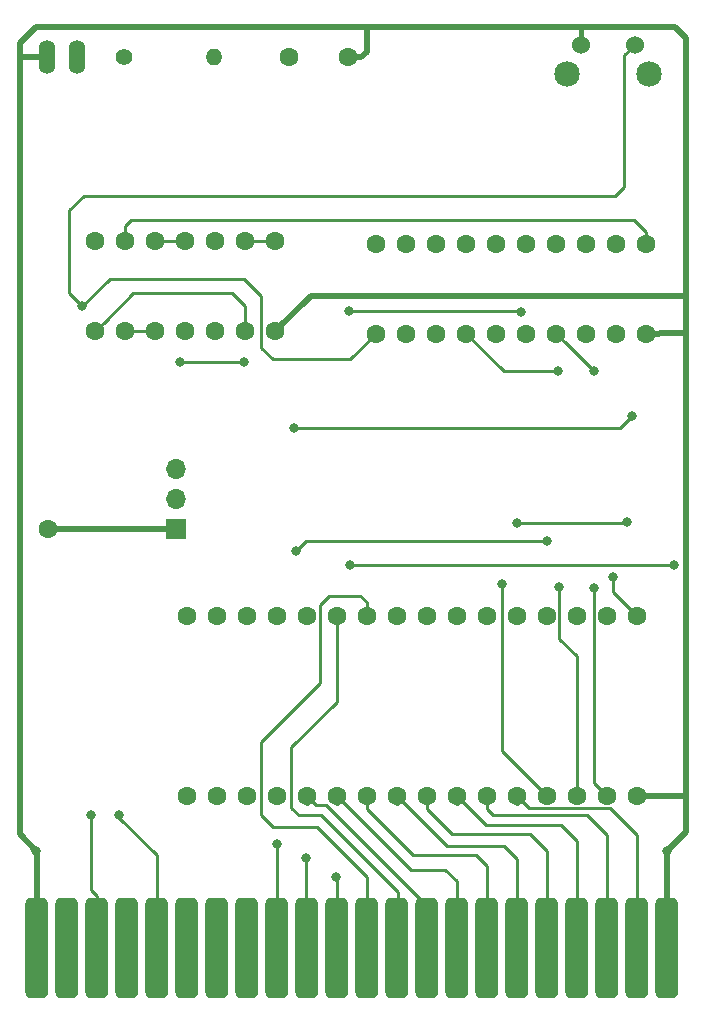
<source format=gbr>
G04 #@! TF.GenerationSoftware,KiCad,Pcbnew,(5.1.2)-2*
G04 #@! TF.CreationDate,2020-09-20T10:45:48+02:00*
G04 #@! TF.ProjectId,FCIII+e5frog134_double_holes_HCT04,46434949-492b-4653-9566-726f67313334,rev?*
G04 #@! TF.SameCoordinates,Original*
G04 #@! TF.FileFunction,Copper,L2,Bot*
G04 #@! TF.FilePolarity,Positive*
%FSLAX46Y46*%
G04 Gerber Fmt 4.6, Leading zero omitted, Abs format (unit mm)*
G04 Created by KiCad (PCBNEW (5.1.2)-2) date 2020-09-20 10:45:48*
%MOMM*%
%LPD*%
G04 APERTURE LIST*
%ADD10C,1.600000*%
%ADD11O,1.400000X1.400000*%
%ADD12C,1.400000*%
%ADD13O,1.700000X1.700000*%
%ADD14R,1.700000X1.700000*%
%ADD15C,1.600200*%
%ADD16O,1.422400X2.844800*%
%ADD17C,0.100000*%
%ADD18C,1.900000*%
%ADD19C,2.159000*%
%ADD20C,1.524000*%
%ADD21C,0.800000*%
%ADD22C,0.250000*%
%ADD23C,0.406400*%
%ADD24C,0.500000*%
G04 APERTURE END LIST*
D10*
X148200000Y-66800000D03*
X143200000Y-66800000D03*
D11*
X136820000Y-66800000D03*
D12*
X129200000Y-66800000D03*
D13*
X133600000Y-101720000D03*
X133600000Y-104260000D03*
D14*
X133600000Y-106800000D03*
D15*
X134531100Y-114088600D03*
X137071100Y-114088600D03*
X139611100Y-114088600D03*
X142151100Y-114088600D03*
X144691100Y-114088600D03*
X147231100Y-114088600D03*
X149771100Y-114088600D03*
X152311100Y-114088600D03*
X154851100Y-114088600D03*
X157391100Y-114088600D03*
X159931100Y-114088600D03*
X162471100Y-114088600D03*
X165011100Y-114088600D03*
X167551100Y-114088600D03*
X170091100Y-114088600D03*
X172631100Y-114088600D03*
X172631100Y-129328600D03*
X170091100Y-129328600D03*
X167551100Y-129328600D03*
X165011100Y-129328600D03*
X162471100Y-129328600D03*
X159931100Y-129328600D03*
X157391100Y-129328600D03*
X154851100Y-129328600D03*
X152311100Y-129328600D03*
X149771100Y-129328600D03*
X147231100Y-129328600D03*
X144691100Y-129328600D03*
X142151100Y-129328600D03*
X139611100Y-129328600D03*
X137071100Y-129328600D03*
X134531100Y-129328600D03*
X150570000Y-82590000D03*
X153110000Y-82590000D03*
X155650000Y-82590000D03*
X158190000Y-82590000D03*
X160730000Y-82590000D03*
X163270000Y-82590000D03*
X165810000Y-82590000D03*
X168350000Y-82590000D03*
X170890000Y-82590000D03*
X173430000Y-82590000D03*
X173430000Y-90210000D03*
X170890000Y-90210000D03*
X168350000Y-90210000D03*
X165810000Y-90210000D03*
X163270000Y-90210000D03*
X160730000Y-90210000D03*
X158190000Y-90210000D03*
X155650000Y-90210000D03*
X153110000Y-90210000D03*
X150570000Y-90210000D03*
X126780000Y-82390000D03*
X129320000Y-82390000D03*
X131860000Y-82390000D03*
X134400000Y-82390000D03*
X136940000Y-82390000D03*
X139480000Y-82390000D03*
X142020000Y-82390000D03*
X142020000Y-90010000D03*
X139480000Y-90010000D03*
X136940000Y-90010000D03*
X134400000Y-90010000D03*
X131860000Y-90010000D03*
X129320000Y-90010000D03*
X126780000Y-90010000D03*
D16*
X122730000Y-66800000D03*
X125270000Y-66800000D03*
D17*
G36*
X122355158Y-137975887D02*
G01*
X122401268Y-137982727D01*
X122446485Y-137994053D01*
X122490375Y-138009757D01*
X122532513Y-138029687D01*
X122572496Y-138053652D01*
X122609937Y-138081420D01*
X122644476Y-138112724D01*
X122675780Y-138147263D01*
X122703548Y-138184704D01*
X122727513Y-138224687D01*
X122747443Y-138266825D01*
X122763147Y-138310715D01*
X122774473Y-138355932D01*
X122781313Y-138402042D01*
X122783600Y-138448600D01*
X122783600Y-145998600D01*
X122781313Y-146045158D01*
X122774473Y-146091268D01*
X122763147Y-146136485D01*
X122747443Y-146180375D01*
X122727513Y-146222513D01*
X122703548Y-146262496D01*
X122675780Y-146299937D01*
X122644476Y-146334476D01*
X122609937Y-146365780D01*
X122572496Y-146393548D01*
X122532513Y-146417513D01*
X122490375Y-146437443D01*
X122446485Y-146453147D01*
X122401268Y-146464473D01*
X122355158Y-146471313D01*
X122308600Y-146473600D01*
X121358600Y-146473600D01*
X121312042Y-146471313D01*
X121265932Y-146464473D01*
X121220715Y-146453147D01*
X121176825Y-146437443D01*
X121134687Y-146417513D01*
X121094704Y-146393548D01*
X121057263Y-146365780D01*
X121022724Y-146334476D01*
X120991420Y-146299937D01*
X120963652Y-146262496D01*
X120939687Y-146222513D01*
X120919757Y-146180375D01*
X120904053Y-146136485D01*
X120892727Y-146091268D01*
X120885887Y-146045158D01*
X120883600Y-145998600D01*
X120883600Y-138448600D01*
X120885887Y-138402042D01*
X120892727Y-138355932D01*
X120904053Y-138310715D01*
X120919757Y-138266825D01*
X120939687Y-138224687D01*
X120963652Y-138184704D01*
X120991420Y-138147263D01*
X121022724Y-138112724D01*
X121057263Y-138081420D01*
X121094704Y-138053652D01*
X121134687Y-138029687D01*
X121176825Y-138009757D01*
X121220715Y-137994053D01*
X121265932Y-137982727D01*
X121312042Y-137975887D01*
X121358600Y-137973600D01*
X122308600Y-137973600D01*
X122355158Y-137975887D01*
X122355158Y-137975887D01*
G37*
D18*
X121833600Y-142223600D03*
D17*
G36*
X124895158Y-137975887D02*
G01*
X124941268Y-137982727D01*
X124986485Y-137994053D01*
X125030375Y-138009757D01*
X125072513Y-138029687D01*
X125112496Y-138053652D01*
X125149937Y-138081420D01*
X125184476Y-138112724D01*
X125215780Y-138147263D01*
X125243548Y-138184704D01*
X125267513Y-138224687D01*
X125287443Y-138266825D01*
X125303147Y-138310715D01*
X125314473Y-138355932D01*
X125321313Y-138402042D01*
X125323600Y-138448600D01*
X125323600Y-145998600D01*
X125321313Y-146045158D01*
X125314473Y-146091268D01*
X125303147Y-146136485D01*
X125287443Y-146180375D01*
X125267513Y-146222513D01*
X125243548Y-146262496D01*
X125215780Y-146299937D01*
X125184476Y-146334476D01*
X125149937Y-146365780D01*
X125112496Y-146393548D01*
X125072513Y-146417513D01*
X125030375Y-146437443D01*
X124986485Y-146453147D01*
X124941268Y-146464473D01*
X124895158Y-146471313D01*
X124848600Y-146473600D01*
X123898600Y-146473600D01*
X123852042Y-146471313D01*
X123805932Y-146464473D01*
X123760715Y-146453147D01*
X123716825Y-146437443D01*
X123674687Y-146417513D01*
X123634704Y-146393548D01*
X123597263Y-146365780D01*
X123562724Y-146334476D01*
X123531420Y-146299937D01*
X123503652Y-146262496D01*
X123479687Y-146222513D01*
X123459757Y-146180375D01*
X123444053Y-146136485D01*
X123432727Y-146091268D01*
X123425887Y-146045158D01*
X123423600Y-145998600D01*
X123423600Y-138448600D01*
X123425887Y-138402042D01*
X123432727Y-138355932D01*
X123444053Y-138310715D01*
X123459757Y-138266825D01*
X123479687Y-138224687D01*
X123503652Y-138184704D01*
X123531420Y-138147263D01*
X123562724Y-138112724D01*
X123597263Y-138081420D01*
X123634704Y-138053652D01*
X123674687Y-138029687D01*
X123716825Y-138009757D01*
X123760715Y-137994053D01*
X123805932Y-137982727D01*
X123852042Y-137975887D01*
X123898600Y-137973600D01*
X124848600Y-137973600D01*
X124895158Y-137975887D01*
X124895158Y-137975887D01*
G37*
D18*
X124373600Y-142223600D03*
D17*
G36*
X127435158Y-137975887D02*
G01*
X127481268Y-137982727D01*
X127526485Y-137994053D01*
X127570375Y-138009757D01*
X127612513Y-138029687D01*
X127652496Y-138053652D01*
X127689937Y-138081420D01*
X127724476Y-138112724D01*
X127755780Y-138147263D01*
X127783548Y-138184704D01*
X127807513Y-138224687D01*
X127827443Y-138266825D01*
X127843147Y-138310715D01*
X127854473Y-138355932D01*
X127861313Y-138402042D01*
X127863600Y-138448600D01*
X127863600Y-145998600D01*
X127861313Y-146045158D01*
X127854473Y-146091268D01*
X127843147Y-146136485D01*
X127827443Y-146180375D01*
X127807513Y-146222513D01*
X127783548Y-146262496D01*
X127755780Y-146299937D01*
X127724476Y-146334476D01*
X127689937Y-146365780D01*
X127652496Y-146393548D01*
X127612513Y-146417513D01*
X127570375Y-146437443D01*
X127526485Y-146453147D01*
X127481268Y-146464473D01*
X127435158Y-146471313D01*
X127388600Y-146473600D01*
X126438600Y-146473600D01*
X126392042Y-146471313D01*
X126345932Y-146464473D01*
X126300715Y-146453147D01*
X126256825Y-146437443D01*
X126214687Y-146417513D01*
X126174704Y-146393548D01*
X126137263Y-146365780D01*
X126102724Y-146334476D01*
X126071420Y-146299937D01*
X126043652Y-146262496D01*
X126019687Y-146222513D01*
X125999757Y-146180375D01*
X125984053Y-146136485D01*
X125972727Y-146091268D01*
X125965887Y-146045158D01*
X125963600Y-145998600D01*
X125963600Y-138448600D01*
X125965887Y-138402042D01*
X125972727Y-138355932D01*
X125984053Y-138310715D01*
X125999757Y-138266825D01*
X126019687Y-138224687D01*
X126043652Y-138184704D01*
X126071420Y-138147263D01*
X126102724Y-138112724D01*
X126137263Y-138081420D01*
X126174704Y-138053652D01*
X126214687Y-138029687D01*
X126256825Y-138009757D01*
X126300715Y-137994053D01*
X126345932Y-137982727D01*
X126392042Y-137975887D01*
X126438600Y-137973600D01*
X127388600Y-137973600D01*
X127435158Y-137975887D01*
X127435158Y-137975887D01*
G37*
D18*
X126913600Y-142223600D03*
D17*
G36*
X129975158Y-137975887D02*
G01*
X130021268Y-137982727D01*
X130066485Y-137994053D01*
X130110375Y-138009757D01*
X130152513Y-138029687D01*
X130192496Y-138053652D01*
X130229937Y-138081420D01*
X130264476Y-138112724D01*
X130295780Y-138147263D01*
X130323548Y-138184704D01*
X130347513Y-138224687D01*
X130367443Y-138266825D01*
X130383147Y-138310715D01*
X130394473Y-138355932D01*
X130401313Y-138402042D01*
X130403600Y-138448600D01*
X130403600Y-145998600D01*
X130401313Y-146045158D01*
X130394473Y-146091268D01*
X130383147Y-146136485D01*
X130367443Y-146180375D01*
X130347513Y-146222513D01*
X130323548Y-146262496D01*
X130295780Y-146299937D01*
X130264476Y-146334476D01*
X130229937Y-146365780D01*
X130192496Y-146393548D01*
X130152513Y-146417513D01*
X130110375Y-146437443D01*
X130066485Y-146453147D01*
X130021268Y-146464473D01*
X129975158Y-146471313D01*
X129928600Y-146473600D01*
X128978600Y-146473600D01*
X128932042Y-146471313D01*
X128885932Y-146464473D01*
X128840715Y-146453147D01*
X128796825Y-146437443D01*
X128754687Y-146417513D01*
X128714704Y-146393548D01*
X128677263Y-146365780D01*
X128642724Y-146334476D01*
X128611420Y-146299937D01*
X128583652Y-146262496D01*
X128559687Y-146222513D01*
X128539757Y-146180375D01*
X128524053Y-146136485D01*
X128512727Y-146091268D01*
X128505887Y-146045158D01*
X128503600Y-145998600D01*
X128503600Y-138448600D01*
X128505887Y-138402042D01*
X128512727Y-138355932D01*
X128524053Y-138310715D01*
X128539757Y-138266825D01*
X128559687Y-138224687D01*
X128583652Y-138184704D01*
X128611420Y-138147263D01*
X128642724Y-138112724D01*
X128677263Y-138081420D01*
X128714704Y-138053652D01*
X128754687Y-138029687D01*
X128796825Y-138009757D01*
X128840715Y-137994053D01*
X128885932Y-137982727D01*
X128932042Y-137975887D01*
X128978600Y-137973600D01*
X129928600Y-137973600D01*
X129975158Y-137975887D01*
X129975158Y-137975887D01*
G37*
D18*
X129453600Y-142223600D03*
D17*
G36*
X132515158Y-137975887D02*
G01*
X132561268Y-137982727D01*
X132606485Y-137994053D01*
X132650375Y-138009757D01*
X132692513Y-138029687D01*
X132732496Y-138053652D01*
X132769937Y-138081420D01*
X132804476Y-138112724D01*
X132835780Y-138147263D01*
X132863548Y-138184704D01*
X132887513Y-138224687D01*
X132907443Y-138266825D01*
X132923147Y-138310715D01*
X132934473Y-138355932D01*
X132941313Y-138402042D01*
X132943600Y-138448600D01*
X132943600Y-145998600D01*
X132941313Y-146045158D01*
X132934473Y-146091268D01*
X132923147Y-146136485D01*
X132907443Y-146180375D01*
X132887513Y-146222513D01*
X132863548Y-146262496D01*
X132835780Y-146299937D01*
X132804476Y-146334476D01*
X132769937Y-146365780D01*
X132732496Y-146393548D01*
X132692513Y-146417513D01*
X132650375Y-146437443D01*
X132606485Y-146453147D01*
X132561268Y-146464473D01*
X132515158Y-146471313D01*
X132468600Y-146473600D01*
X131518600Y-146473600D01*
X131472042Y-146471313D01*
X131425932Y-146464473D01*
X131380715Y-146453147D01*
X131336825Y-146437443D01*
X131294687Y-146417513D01*
X131254704Y-146393548D01*
X131217263Y-146365780D01*
X131182724Y-146334476D01*
X131151420Y-146299937D01*
X131123652Y-146262496D01*
X131099687Y-146222513D01*
X131079757Y-146180375D01*
X131064053Y-146136485D01*
X131052727Y-146091268D01*
X131045887Y-146045158D01*
X131043600Y-145998600D01*
X131043600Y-138448600D01*
X131045887Y-138402042D01*
X131052727Y-138355932D01*
X131064053Y-138310715D01*
X131079757Y-138266825D01*
X131099687Y-138224687D01*
X131123652Y-138184704D01*
X131151420Y-138147263D01*
X131182724Y-138112724D01*
X131217263Y-138081420D01*
X131254704Y-138053652D01*
X131294687Y-138029687D01*
X131336825Y-138009757D01*
X131380715Y-137994053D01*
X131425932Y-137982727D01*
X131472042Y-137975887D01*
X131518600Y-137973600D01*
X132468600Y-137973600D01*
X132515158Y-137975887D01*
X132515158Y-137975887D01*
G37*
D18*
X131993600Y-142223600D03*
D17*
G36*
X135055158Y-137975887D02*
G01*
X135101268Y-137982727D01*
X135146485Y-137994053D01*
X135190375Y-138009757D01*
X135232513Y-138029687D01*
X135272496Y-138053652D01*
X135309937Y-138081420D01*
X135344476Y-138112724D01*
X135375780Y-138147263D01*
X135403548Y-138184704D01*
X135427513Y-138224687D01*
X135447443Y-138266825D01*
X135463147Y-138310715D01*
X135474473Y-138355932D01*
X135481313Y-138402042D01*
X135483600Y-138448600D01*
X135483600Y-145998600D01*
X135481313Y-146045158D01*
X135474473Y-146091268D01*
X135463147Y-146136485D01*
X135447443Y-146180375D01*
X135427513Y-146222513D01*
X135403548Y-146262496D01*
X135375780Y-146299937D01*
X135344476Y-146334476D01*
X135309937Y-146365780D01*
X135272496Y-146393548D01*
X135232513Y-146417513D01*
X135190375Y-146437443D01*
X135146485Y-146453147D01*
X135101268Y-146464473D01*
X135055158Y-146471313D01*
X135008600Y-146473600D01*
X134058600Y-146473600D01*
X134012042Y-146471313D01*
X133965932Y-146464473D01*
X133920715Y-146453147D01*
X133876825Y-146437443D01*
X133834687Y-146417513D01*
X133794704Y-146393548D01*
X133757263Y-146365780D01*
X133722724Y-146334476D01*
X133691420Y-146299937D01*
X133663652Y-146262496D01*
X133639687Y-146222513D01*
X133619757Y-146180375D01*
X133604053Y-146136485D01*
X133592727Y-146091268D01*
X133585887Y-146045158D01*
X133583600Y-145998600D01*
X133583600Y-138448600D01*
X133585887Y-138402042D01*
X133592727Y-138355932D01*
X133604053Y-138310715D01*
X133619757Y-138266825D01*
X133639687Y-138224687D01*
X133663652Y-138184704D01*
X133691420Y-138147263D01*
X133722724Y-138112724D01*
X133757263Y-138081420D01*
X133794704Y-138053652D01*
X133834687Y-138029687D01*
X133876825Y-138009757D01*
X133920715Y-137994053D01*
X133965932Y-137982727D01*
X134012042Y-137975887D01*
X134058600Y-137973600D01*
X135008600Y-137973600D01*
X135055158Y-137975887D01*
X135055158Y-137975887D01*
G37*
D18*
X134533600Y-142223600D03*
D17*
G36*
X137595158Y-137975887D02*
G01*
X137641268Y-137982727D01*
X137686485Y-137994053D01*
X137730375Y-138009757D01*
X137772513Y-138029687D01*
X137812496Y-138053652D01*
X137849937Y-138081420D01*
X137884476Y-138112724D01*
X137915780Y-138147263D01*
X137943548Y-138184704D01*
X137967513Y-138224687D01*
X137987443Y-138266825D01*
X138003147Y-138310715D01*
X138014473Y-138355932D01*
X138021313Y-138402042D01*
X138023600Y-138448600D01*
X138023600Y-145998600D01*
X138021313Y-146045158D01*
X138014473Y-146091268D01*
X138003147Y-146136485D01*
X137987443Y-146180375D01*
X137967513Y-146222513D01*
X137943548Y-146262496D01*
X137915780Y-146299937D01*
X137884476Y-146334476D01*
X137849937Y-146365780D01*
X137812496Y-146393548D01*
X137772513Y-146417513D01*
X137730375Y-146437443D01*
X137686485Y-146453147D01*
X137641268Y-146464473D01*
X137595158Y-146471313D01*
X137548600Y-146473600D01*
X136598600Y-146473600D01*
X136552042Y-146471313D01*
X136505932Y-146464473D01*
X136460715Y-146453147D01*
X136416825Y-146437443D01*
X136374687Y-146417513D01*
X136334704Y-146393548D01*
X136297263Y-146365780D01*
X136262724Y-146334476D01*
X136231420Y-146299937D01*
X136203652Y-146262496D01*
X136179687Y-146222513D01*
X136159757Y-146180375D01*
X136144053Y-146136485D01*
X136132727Y-146091268D01*
X136125887Y-146045158D01*
X136123600Y-145998600D01*
X136123600Y-138448600D01*
X136125887Y-138402042D01*
X136132727Y-138355932D01*
X136144053Y-138310715D01*
X136159757Y-138266825D01*
X136179687Y-138224687D01*
X136203652Y-138184704D01*
X136231420Y-138147263D01*
X136262724Y-138112724D01*
X136297263Y-138081420D01*
X136334704Y-138053652D01*
X136374687Y-138029687D01*
X136416825Y-138009757D01*
X136460715Y-137994053D01*
X136505932Y-137982727D01*
X136552042Y-137975887D01*
X136598600Y-137973600D01*
X137548600Y-137973600D01*
X137595158Y-137975887D01*
X137595158Y-137975887D01*
G37*
D18*
X137073600Y-142223600D03*
D17*
G36*
X140135158Y-137975887D02*
G01*
X140181268Y-137982727D01*
X140226485Y-137994053D01*
X140270375Y-138009757D01*
X140312513Y-138029687D01*
X140352496Y-138053652D01*
X140389937Y-138081420D01*
X140424476Y-138112724D01*
X140455780Y-138147263D01*
X140483548Y-138184704D01*
X140507513Y-138224687D01*
X140527443Y-138266825D01*
X140543147Y-138310715D01*
X140554473Y-138355932D01*
X140561313Y-138402042D01*
X140563600Y-138448600D01*
X140563600Y-145998600D01*
X140561313Y-146045158D01*
X140554473Y-146091268D01*
X140543147Y-146136485D01*
X140527443Y-146180375D01*
X140507513Y-146222513D01*
X140483548Y-146262496D01*
X140455780Y-146299937D01*
X140424476Y-146334476D01*
X140389937Y-146365780D01*
X140352496Y-146393548D01*
X140312513Y-146417513D01*
X140270375Y-146437443D01*
X140226485Y-146453147D01*
X140181268Y-146464473D01*
X140135158Y-146471313D01*
X140088600Y-146473600D01*
X139138600Y-146473600D01*
X139092042Y-146471313D01*
X139045932Y-146464473D01*
X139000715Y-146453147D01*
X138956825Y-146437443D01*
X138914687Y-146417513D01*
X138874704Y-146393548D01*
X138837263Y-146365780D01*
X138802724Y-146334476D01*
X138771420Y-146299937D01*
X138743652Y-146262496D01*
X138719687Y-146222513D01*
X138699757Y-146180375D01*
X138684053Y-146136485D01*
X138672727Y-146091268D01*
X138665887Y-146045158D01*
X138663600Y-145998600D01*
X138663600Y-138448600D01*
X138665887Y-138402042D01*
X138672727Y-138355932D01*
X138684053Y-138310715D01*
X138699757Y-138266825D01*
X138719687Y-138224687D01*
X138743652Y-138184704D01*
X138771420Y-138147263D01*
X138802724Y-138112724D01*
X138837263Y-138081420D01*
X138874704Y-138053652D01*
X138914687Y-138029687D01*
X138956825Y-138009757D01*
X139000715Y-137994053D01*
X139045932Y-137982727D01*
X139092042Y-137975887D01*
X139138600Y-137973600D01*
X140088600Y-137973600D01*
X140135158Y-137975887D01*
X140135158Y-137975887D01*
G37*
D18*
X139613600Y-142223600D03*
D17*
G36*
X142675158Y-137975887D02*
G01*
X142721268Y-137982727D01*
X142766485Y-137994053D01*
X142810375Y-138009757D01*
X142852513Y-138029687D01*
X142892496Y-138053652D01*
X142929937Y-138081420D01*
X142964476Y-138112724D01*
X142995780Y-138147263D01*
X143023548Y-138184704D01*
X143047513Y-138224687D01*
X143067443Y-138266825D01*
X143083147Y-138310715D01*
X143094473Y-138355932D01*
X143101313Y-138402042D01*
X143103600Y-138448600D01*
X143103600Y-145998600D01*
X143101313Y-146045158D01*
X143094473Y-146091268D01*
X143083147Y-146136485D01*
X143067443Y-146180375D01*
X143047513Y-146222513D01*
X143023548Y-146262496D01*
X142995780Y-146299937D01*
X142964476Y-146334476D01*
X142929937Y-146365780D01*
X142892496Y-146393548D01*
X142852513Y-146417513D01*
X142810375Y-146437443D01*
X142766485Y-146453147D01*
X142721268Y-146464473D01*
X142675158Y-146471313D01*
X142628600Y-146473600D01*
X141678600Y-146473600D01*
X141632042Y-146471313D01*
X141585932Y-146464473D01*
X141540715Y-146453147D01*
X141496825Y-146437443D01*
X141454687Y-146417513D01*
X141414704Y-146393548D01*
X141377263Y-146365780D01*
X141342724Y-146334476D01*
X141311420Y-146299937D01*
X141283652Y-146262496D01*
X141259687Y-146222513D01*
X141239757Y-146180375D01*
X141224053Y-146136485D01*
X141212727Y-146091268D01*
X141205887Y-146045158D01*
X141203600Y-145998600D01*
X141203600Y-138448600D01*
X141205887Y-138402042D01*
X141212727Y-138355932D01*
X141224053Y-138310715D01*
X141239757Y-138266825D01*
X141259687Y-138224687D01*
X141283652Y-138184704D01*
X141311420Y-138147263D01*
X141342724Y-138112724D01*
X141377263Y-138081420D01*
X141414704Y-138053652D01*
X141454687Y-138029687D01*
X141496825Y-138009757D01*
X141540715Y-137994053D01*
X141585932Y-137982727D01*
X141632042Y-137975887D01*
X141678600Y-137973600D01*
X142628600Y-137973600D01*
X142675158Y-137975887D01*
X142675158Y-137975887D01*
G37*
D18*
X142153600Y-142223600D03*
D17*
G36*
X145215158Y-137975887D02*
G01*
X145261268Y-137982727D01*
X145306485Y-137994053D01*
X145350375Y-138009757D01*
X145392513Y-138029687D01*
X145432496Y-138053652D01*
X145469937Y-138081420D01*
X145504476Y-138112724D01*
X145535780Y-138147263D01*
X145563548Y-138184704D01*
X145587513Y-138224687D01*
X145607443Y-138266825D01*
X145623147Y-138310715D01*
X145634473Y-138355932D01*
X145641313Y-138402042D01*
X145643600Y-138448600D01*
X145643600Y-145998600D01*
X145641313Y-146045158D01*
X145634473Y-146091268D01*
X145623147Y-146136485D01*
X145607443Y-146180375D01*
X145587513Y-146222513D01*
X145563548Y-146262496D01*
X145535780Y-146299937D01*
X145504476Y-146334476D01*
X145469937Y-146365780D01*
X145432496Y-146393548D01*
X145392513Y-146417513D01*
X145350375Y-146437443D01*
X145306485Y-146453147D01*
X145261268Y-146464473D01*
X145215158Y-146471313D01*
X145168600Y-146473600D01*
X144218600Y-146473600D01*
X144172042Y-146471313D01*
X144125932Y-146464473D01*
X144080715Y-146453147D01*
X144036825Y-146437443D01*
X143994687Y-146417513D01*
X143954704Y-146393548D01*
X143917263Y-146365780D01*
X143882724Y-146334476D01*
X143851420Y-146299937D01*
X143823652Y-146262496D01*
X143799687Y-146222513D01*
X143779757Y-146180375D01*
X143764053Y-146136485D01*
X143752727Y-146091268D01*
X143745887Y-146045158D01*
X143743600Y-145998600D01*
X143743600Y-138448600D01*
X143745887Y-138402042D01*
X143752727Y-138355932D01*
X143764053Y-138310715D01*
X143779757Y-138266825D01*
X143799687Y-138224687D01*
X143823652Y-138184704D01*
X143851420Y-138147263D01*
X143882724Y-138112724D01*
X143917263Y-138081420D01*
X143954704Y-138053652D01*
X143994687Y-138029687D01*
X144036825Y-138009757D01*
X144080715Y-137994053D01*
X144125932Y-137982727D01*
X144172042Y-137975887D01*
X144218600Y-137973600D01*
X145168600Y-137973600D01*
X145215158Y-137975887D01*
X145215158Y-137975887D01*
G37*
D18*
X144693600Y-142223600D03*
D17*
G36*
X175695158Y-137975887D02*
G01*
X175741268Y-137982727D01*
X175786485Y-137994053D01*
X175830375Y-138009757D01*
X175872513Y-138029687D01*
X175912496Y-138053652D01*
X175949937Y-138081420D01*
X175984476Y-138112724D01*
X176015780Y-138147263D01*
X176043548Y-138184704D01*
X176067513Y-138224687D01*
X176087443Y-138266825D01*
X176103147Y-138310715D01*
X176114473Y-138355932D01*
X176121313Y-138402042D01*
X176123600Y-138448600D01*
X176123600Y-145998600D01*
X176121313Y-146045158D01*
X176114473Y-146091268D01*
X176103147Y-146136485D01*
X176087443Y-146180375D01*
X176067513Y-146222513D01*
X176043548Y-146262496D01*
X176015780Y-146299937D01*
X175984476Y-146334476D01*
X175949937Y-146365780D01*
X175912496Y-146393548D01*
X175872513Y-146417513D01*
X175830375Y-146437443D01*
X175786485Y-146453147D01*
X175741268Y-146464473D01*
X175695158Y-146471313D01*
X175648600Y-146473600D01*
X174698600Y-146473600D01*
X174652042Y-146471313D01*
X174605932Y-146464473D01*
X174560715Y-146453147D01*
X174516825Y-146437443D01*
X174474687Y-146417513D01*
X174434704Y-146393548D01*
X174397263Y-146365780D01*
X174362724Y-146334476D01*
X174331420Y-146299937D01*
X174303652Y-146262496D01*
X174279687Y-146222513D01*
X174259757Y-146180375D01*
X174244053Y-146136485D01*
X174232727Y-146091268D01*
X174225887Y-146045158D01*
X174223600Y-145998600D01*
X174223600Y-138448600D01*
X174225887Y-138402042D01*
X174232727Y-138355932D01*
X174244053Y-138310715D01*
X174259757Y-138266825D01*
X174279687Y-138224687D01*
X174303652Y-138184704D01*
X174331420Y-138147263D01*
X174362724Y-138112724D01*
X174397263Y-138081420D01*
X174434704Y-138053652D01*
X174474687Y-138029687D01*
X174516825Y-138009757D01*
X174560715Y-137994053D01*
X174605932Y-137982727D01*
X174652042Y-137975887D01*
X174698600Y-137973600D01*
X175648600Y-137973600D01*
X175695158Y-137975887D01*
X175695158Y-137975887D01*
G37*
D18*
X175173600Y-142223600D03*
D17*
G36*
X173155158Y-137975887D02*
G01*
X173201268Y-137982727D01*
X173246485Y-137994053D01*
X173290375Y-138009757D01*
X173332513Y-138029687D01*
X173372496Y-138053652D01*
X173409937Y-138081420D01*
X173444476Y-138112724D01*
X173475780Y-138147263D01*
X173503548Y-138184704D01*
X173527513Y-138224687D01*
X173547443Y-138266825D01*
X173563147Y-138310715D01*
X173574473Y-138355932D01*
X173581313Y-138402042D01*
X173583600Y-138448600D01*
X173583600Y-145998600D01*
X173581313Y-146045158D01*
X173574473Y-146091268D01*
X173563147Y-146136485D01*
X173547443Y-146180375D01*
X173527513Y-146222513D01*
X173503548Y-146262496D01*
X173475780Y-146299937D01*
X173444476Y-146334476D01*
X173409937Y-146365780D01*
X173372496Y-146393548D01*
X173332513Y-146417513D01*
X173290375Y-146437443D01*
X173246485Y-146453147D01*
X173201268Y-146464473D01*
X173155158Y-146471313D01*
X173108600Y-146473600D01*
X172158600Y-146473600D01*
X172112042Y-146471313D01*
X172065932Y-146464473D01*
X172020715Y-146453147D01*
X171976825Y-146437443D01*
X171934687Y-146417513D01*
X171894704Y-146393548D01*
X171857263Y-146365780D01*
X171822724Y-146334476D01*
X171791420Y-146299937D01*
X171763652Y-146262496D01*
X171739687Y-146222513D01*
X171719757Y-146180375D01*
X171704053Y-146136485D01*
X171692727Y-146091268D01*
X171685887Y-146045158D01*
X171683600Y-145998600D01*
X171683600Y-138448600D01*
X171685887Y-138402042D01*
X171692727Y-138355932D01*
X171704053Y-138310715D01*
X171719757Y-138266825D01*
X171739687Y-138224687D01*
X171763652Y-138184704D01*
X171791420Y-138147263D01*
X171822724Y-138112724D01*
X171857263Y-138081420D01*
X171894704Y-138053652D01*
X171934687Y-138029687D01*
X171976825Y-138009757D01*
X172020715Y-137994053D01*
X172065932Y-137982727D01*
X172112042Y-137975887D01*
X172158600Y-137973600D01*
X173108600Y-137973600D01*
X173155158Y-137975887D01*
X173155158Y-137975887D01*
G37*
D18*
X172633600Y-142223600D03*
D17*
G36*
X170615158Y-137975887D02*
G01*
X170661268Y-137982727D01*
X170706485Y-137994053D01*
X170750375Y-138009757D01*
X170792513Y-138029687D01*
X170832496Y-138053652D01*
X170869937Y-138081420D01*
X170904476Y-138112724D01*
X170935780Y-138147263D01*
X170963548Y-138184704D01*
X170987513Y-138224687D01*
X171007443Y-138266825D01*
X171023147Y-138310715D01*
X171034473Y-138355932D01*
X171041313Y-138402042D01*
X171043600Y-138448600D01*
X171043600Y-145998600D01*
X171041313Y-146045158D01*
X171034473Y-146091268D01*
X171023147Y-146136485D01*
X171007443Y-146180375D01*
X170987513Y-146222513D01*
X170963548Y-146262496D01*
X170935780Y-146299937D01*
X170904476Y-146334476D01*
X170869937Y-146365780D01*
X170832496Y-146393548D01*
X170792513Y-146417513D01*
X170750375Y-146437443D01*
X170706485Y-146453147D01*
X170661268Y-146464473D01*
X170615158Y-146471313D01*
X170568600Y-146473600D01*
X169618600Y-146473600D01*
X169572042Y-146471313D01*
X169525932Y-146464473D01*
X169480715Y-146453147D01*
X169436825Y-146437443D01*
X169394687Y-146417513D01*
X169354704Y-146393548D01*
X169317263Y-146365780D01*
X169282724Y-146334476D01*
X169251420Y-146299937D01*
X169223652Y-146262496D01*
X169199687Y-146222513D01*
X169179757Y-146180375D01*
X169164053Y-146136485D01*
X169152727Y-146091268D01*
X169145887Y-146045158D01*
X169143600Y-145998600D01*
X169143600Y-138448600D01*
X169145887Y-138402042D01*
X169152727Y-138355932D01*
X169164053Y-138310715D01*
X169179757Y-138266825D01*
X169199687Y-138224687D01*
X169223652Y-138184704D01*
X169251420Y-138147263D01*
X169282724Y-138112724D01*
X169317263Y-138081420D01*
X169354704Y-138053652D01*
X169394687Y-138029687D01*
X169436825Y-138009757D01*
X169480715Y-137994053D01*
X169525932Y-137982727D01*
X169572042Y-137975887D01*
X169618600Y-137973600D01*
X170568600Y-137973600D01*
X170615158Y-137975887D01*
X170615158Y-137975887D01*
G37*
D18*
X170093600Y-142223600D03*
D17*
G36*
X168075158Y-137975887D02*
G01*
X168121268Y-137982727D01*
X168166485Y-137994053D01*
X168210375Y-138009757D01*
X168252513Y-138029687D01*
X168292496Y-138053652D01*
X168329937Y-138081420D01*
X168364476Y-138112724D01*
X168395780Y-138147263D01*
X168423548Y-138184704D01*
X168447513Y-138224687D01*
X168467443Y-138266825D01*
X168483147Y-138310715D01*
X168494473Y-138355932D01*
X168501313Y-138402042D01*
X168503600Y-138448600D01*
X168503600Y-145998600D01*
X168501313Y-146045158D01*
X168494473Y-146091268D01*
X168483147Y-146136485D01*
X168467443Y-146180375D01*
X168447513Y-146222513D01*
X168423548Y-146262496D01*
X168395780Y-146299937D01*
X168364476Y-146334476D01*
X168329937Y-146365780D01*
X168292496Y-146393548D01*
X168252513Y-146417513D01*
X168210375Y-146437443D01*
X168166485Y-146453147D01*
X168121268Y-146464473D01*
X168075158Y-146471313D01*
X168028600Y-146473600D01*
X167078600Y-146473600D01*
X167032042Y-146471313D01*
X166985932Y-146464473D01*
X166940715Y-146453147D01*
X166896825Y-146437443D01*
X166854687Y-146417513D01*
X166814704Y-146393548D01*
X166777263Y-146365780D01*
X166742724Y-146334476D01*
X166711420Y-146299937D01*
X166683652Y-146262496D01*
X166659687Y-146222513D01*
X166639757Y-146180375D01*
X166624053Y-146136485D01*
X166612727Y-146091268D01*
X166605887Y-146045158D01*
X166603600Y-145998600D01*
X166603600Y-138448600D01*
X166605887Y-138402042D01*
X166612727Y-138355932D01*
X166624053Y-138310715D01*
X166639757Y-138266825D01*
X166659687Y-138224687D01*
X166683652Y-138184704D01*
X166711420Y-138147263D01*
X166742724Y-138112724D01*
X166777263Y-138081420D01*
X166814704Y-138053652D01*
X166854687Y-138029687D01*
X166896825Y-138009757D01*
X166940715Y-137994053D01*
X166985932Y-137982727D01*
X167032042Y-137975887D01*
X167078600Y-137973600D01*
X168028600Y-137973600D01*
X168075158Y-137975887D01*
X168075158Y-137975887D01*
G37*
D18*
X167553600Y-142223600D03*
D17*
G36*
X165535158Y-137975887D02*
G01*
X165581268Y-137982727D01*
X165626485Y-137994053D01*
X165670375Y-138009757D01*
X165712513Y-138029687D01*
X165752496Y-138053652D01*
X165789937Y-138081420D01*
X165824476Y-138112724D01*
X165855780Y-138147263D01*
X165883548Y-138184704D01*
X165907513Y-138224687D01*
X165927443Y-138266825D01*
X165943147Y-138310715D01*
X165954473Y-138355932D01*
X165961313Y-138402042D01*
X165963600Y-138448600D01*
X165963600Y-145998600D01*
X165961313Y-146045158D01*
X165954473Y-146091268D01*
X165943147Y-146136485D01*
X165927443Y-146180375D01*
X165907513Y-146222513D01*
X165883548Y-146262496D01*
X165855780Y-146299937D01*
X165824476Y-146334476D01*
X165789937Y-146365780D01*
X165752496Y-146393548D01*
X165712513Y-146417513D01*
X165670375Y-146437443D01*
X165626485Y-146453147D01*
X165581268Y-146464473D01*
X165535158Y-146471313D01*
X165488600Y-146473600D01*
X164538600Y-146473600D01*
X164492042Y-146471313D01*
X164445932Y-146464473D01*
X164400715Y-146453147D01*
X164356825Y-146437443D01*
X164314687Y-146417513D01*
X164274704Y-146393548D01*
X164237263Y-146365780D01*
X164202724Y-146334476D01*
X164171420Y-146299937D01*
X164143652Y-146262496D01*
X164119687Y-146222513D01*
X164099757Y-146180375D01*
X164084053Y-146136485D01*
X164072727Y-146091268D01*
X164065887Y-146045158D01*
X164063600Y-145998600D01*
X164063600Y-138448600D01*
X164065887Y-138402042D01*
X164072727Y-138355932D01*
X164084053Y-138310715D01*
X164099757Y-138266825D01*
X164119687Y-138224687D01*
X164143652Y-138184704D01*
X164171420Y-138147263D01*
X164202724Y-138112724D01*
X164237263Y-138081420D01*
X164274704Y-138053652D01*
X164314687Y-138029687D01*
X164356825Y-138009757D01*
X164400715Y-137994053D01*
X164445932Y-137982727D01*
X164492042Y-137975887D01*
X164538600Y-137973600D01*
X165488600Y-137973600D01*
X165535158Y-137975887D01*
X165535158Y-137975887D01*
G37*
D18*
X165013600Y-142223600D03*
D17*
G36*
X162995158Y-137975887D02*
G01*
X163041268Y-137982727D01*
X163086485Y-137994053D01*
X163130375Y-138009757D01*
X163172513Y-138029687D01*
X163212496Y-138053652D01*
X163249937Y-138081420D01*
X163284476Y-138112724D01*
X163315780Y-138147263D01*
X163343548Y-138184704D01*
X163367513Y-138224687D01*
X163387443Y-138266825D01*
X163403147Y-138310715D01*
X163414473Y-138355932D01*
X163421313Y-138402042D01*
X163423600Y-138448600D01*
X163423600Y-145998600D01*
X163421313Y-146045158D01*
X163414473Y-146091268D01*
X163403147Y-146136485D01*
X163387443Y-146180375D01*
X163367513Y-146222513D01*
X163343548Y-146262496D01*
X163315780Y-146299937D01*
X163284476Y-146334476D01*
X163249937Y-146365780D01*
X163212496Y-146393548D01*
X163172513Y-146417513D01*
X163130375Y-146437443D01*
X163086485Y-146453147D01*
X163041268Y-146464473D01*
X162995158Y-146471313D01*
X162948600Y-146473600D01*
X161998600Y-146473600D01*
X161952042Y-146471313D01*
X161905932Y-146464473D01*
X161860715Y-146453147D01*
X161816825Y-146437443D01*
X161774687Y-146417513D01*
X161734704Y-146393548D01*
X161697263Y-146365780D01*
X161662724Y-146334476D01*
X161631420Y-146299937D01*
X161603652Y-146262496D01*
X161579687Y-146222513D01*
X161559757Y-146180375D01*
X161544053Y-146136485D01*
X161532727Y-146091268D01*
X161525887Y-146045158D01*
X161523600Y-145998600D01*
X161523600Y-138448600D01*
X161525887Y-138402042D01*
X161532727Y-138355932D01*
X161544053Y-138310715D01*
X161559757Y-138266825D01*
X161579687Y-138224687D01*
X161603652Y-138184704D01*
X161631420Y-138147263D01*
X161662724Y-138112724D01*
X161697263Y-138081420D01*
X161734704Y-138053652D01*
X161774687Y-138029687D01*
X161816825Y-138009757D01*
X161860715Y-137994053D01*
X161905932Y-137982727D01*
X161952042Y-137975887D01*
X161998600Y-137973600D01*
X162948600Y-137973600D01*
X162995158Y-137975887D01*
X162995158Y-137975887D01*
G37*
D18*
X162473600Y-142223600D03*
D17*
G36*
X160455158Y-137975887D02*
G01*
X160501268Y-137982727D01*
X160546485Y-137994053D01*
X160590375Y-138009757D01*
X160632513Y-138029687D01*
X160672496Y-138053652D01*
X160709937Y-138081420D01*
X160744476Y-138112724D01*
X160775780Y-138147263D01*
X160803548Y-138184704D01*
X160827513Y-138224687D01*
X160847443Y-138266825D01*
X160863147Y-138310715D01*
X160874473Y-138355932D01*
X160881313Y-138402042D01*
X160883600Y-138448600D01*
X160883600Y-145998600D01*
X160881313Y-146045158D01*
X160874473Y-146091268D01*
X160863147Y-146136485D01*
X160847443Y-146180375D01*
X160827513Y-146222513D01*
X160803548Y-146262496D01*
X160775780Y-146299937D01*
X160744476Y-146334476D01*
X160709937Y-146365780D01*
X160672496Y-146393548D01*
X160632513Y-146417513D01*
X160590375Y-146437443D01*
X160546485Y-146453147D01*
X160501268Y-146464473D01*
X160455158Y-146471313D01*
X160408600Y-146473600D01*
X159458600Y-146473600D01*
X159412042Y-146471313D01*
X159365932Y-146464473D01*
X159320715Y-146453147D01*
X159276825Y-146437443D01*
X159234687Y-146417513D01*
X159194704Y-146393548D01*
X159157263Y-146365780D01*
X159122724Y-146334476D01*
X159091420Y-146299937D01*
X159063652Y-146262496D01*
X159039687Y-146222513D01*
X159019757Y-146180375D01*
X159004053Y-146136485D01*
X158992727Y-146091268D01*
X158985887Y-146045158D01*
X158983600Y-145998600D01*
X158983600Y-138448600D01*
X158985887Y-138402042D01*
X158992727Y-138355932D01*
X159004053Y-138310715D01*
X159019757Y-138266825D01*
X159039687Y-138224687D01*
X159063652Y-138184704D01*
X159091420Y-138147263D01*
X159122724Y-138112724D01*
X159157263Y-138081420D01*
X159194704Y-138053652D01*
X159234687Y-138029687D01*
X159276825Y-138009757D01*
X159320715Y-137994053D01*
X159365932Y-137982727D01*
X159412042Y-137975887D01*
X159458600Y-137973600D01*
X160408600Y-137973600D01*
X160455158Y-137975887D01*
X160455158Y-137975887D01*
G37*
D18*
X159933600Y-142223600D03*
D17*
G36*
X157915158Y-137975887D02*
G01*
X157961268Y-137982727D01*
X158006485Y-137994053D01*
X158050375Y-138009757D01*
X158092513Y-138029687D01*
X158132496Y-138053652D01*
X158169937Y-138081420D01*
X158204476Y-138112724D01*
X158235780Y-138147263D01*
X158263548Y-138184704D01*
X158287513Y-138224687D01*
X158307443Y-138266825D01*
X158323147Y-138310715D01*
X158334473Y-138355932D01*
X158341313Y-138402042D01*
X158343600Y-138448600D01*
X158343600Y-145998600D01*
X158341313Y-146045158D01*
X158334473Y-146091268D01*
X158323147Y-146136485D01*
X158307443Y-146180375D01*
X158287513Y-146222513D01*
X158263548Y-146262496D01*
X158235780Y-146299937D01*
X158204476Y-146334476D01*
X158169937Y-146365780D01*
X158132496Y-146393548D01*
X158092513Y-146417513D01*
X158050375Y-146437443D01*
X158006485Y-146453147D01*
X157961268Y-146464473D01*
X157915158Y-146471313D01*
X157868600Y-146473600D01*
X156918600Y-146473600D01*
X156872042Y-146471313D01*
X156825932Y-146464473D01*
X156780715Y-146453147D01*
X156736825Y-146437443D01*
X156694687Y-146417513D01*
X156654704Y-146393548D01*
X156617263Y-146365780D01*
X156582724Y-146334476D01*
X156551420Y-146299937D01*
X156523652Y-146262496D01*
X156499687Y-146222513D01*
X156479757Y-146180375D01*
X156464053Y-146136485D01*
X156452727Y-146091268D01*
X156445887Y-146045158D01*
X156443600Y-145998600D01*
X156443600Y-138448600D01*
X156445887Y-138402042D01*
X156452727Y-138355932D01*
X156464053Y-138310715D01*
X156479757Y-138266825D01*
X156499687Y-138224687D01*
X156523652Y-138184704D01*
X156551420Y-138147263D01*
X156582724Y-138112724D01*
X156617263Y-138081420D01*
X156654704Y-138053652D01*
X156694687Y-138029687D01*
X156736825Y-138009757D01*
X156780715Y-137994053D01*
X156825932Y-137982727D01*
X156872042Y-137975887D01*
X156918600Y-137973600D01*
X157868600Y-137973600D01*
X157915158Y-137975887D01*
X157915158Y-137975887D01*
G37*
D18*
X157393600Y-142223600D03*
D17*
G36*
X155375158Y-137975887D02*
G01*
X155421268Y-137982727D01*
X155466485Y-137994053D01*
X155510375Y-138009757D01*
X155552513Y-138029687D01*
X155592496Y-138053652D01*
X155629937Y-138081420D01*
X155664476Y-138112724D01*
X155695780Y-138147263D01*
X155723548Y-138184704D01*
X155747513Y-138224687D01*
X155767443Y-138266825D01*
X155783147Y-138310715D01*
X155794473Y-138355932D01*
X155801313Y-138402042D01*
X155803600Y-138448600D01*
X155803600Y-145998600D01*
X155801313Y-146045158D01*
X155794473Y-146091268D01*
X155783147Y-146136485D01*
X155767443Y-146180375D01*
X155747513Y-146222513D01*
X155723548Y-146262496D01*
X155695780Y-146299937D01*
X155664476Y-146334476D01*
X155629937Y-146365780D01*
X155592496Y-146393548D01*
X155552513Y-146417513D01*
X155510375Y-146437443D01*
X155466485Y-146453147D01*
X155421268Y-146464473D01*
X155375158Y-146471313D01*
X155328600Y-146473600D01*
X154378600Y-146473600D01*
X154332042Y-146471313D01*
X154285932Y-146464473D01*
X154240715Y-146453147D01*
X154196825Y-146437443D01*
X154154687Y-146417513D01*
X154114704Y-146393548D01*
X154077263Y-146365780D01*
X154042724Y-146334476D01*
X154011420Y-146299937D01*
X153983652Y-146262496D01*
X153959687Y-146222513D01*
X153939757Y-146180375D01*
X153924053Y-146136485D01*
X153912727Y-146091268D01*
X153905887Y-146045158D01*
X153903600Y-145998600D01*
X153903600Y-138448600D01*
X153905887Y-138402042D01*
X153912727Y-138355932D01*
X153924053Y-138310715D01*
X153939757Y-138266825D01*
X153959687Y-138224687D01*
X153983652Y-138184704D01*
X154011420Y-138147263D01*
X154042724Y-138112724D01*
X154077263Y-138081420D01*
X154114704Y-138053652D01*
X154154687Y-138029687D01*
X154196825Y-138009757D01*
X154240715Y-137994053D01*
X154285932Y-137982727D01*
X154332042Y-137975887D01*
X154378600Y-137973600D01*
X155328600Y-137973600D01*
X155375158Y-137975887D01*
X155375158Y-137975887D01*
G37*
D18*
X154853600Y-142223600D03*
D17*
G36*
X152835158Y-137975887D02*
G01*
X152881268Y-137982727D01*
X152926485Y-137994053D01*
X152970375Y-138009757D01*
X153012513Y-138029687D01*
X153052496Y-138053652D01*
X153089937Y-138081420D01*
X153124476Y-138112724D01*
X153155780Y-138147263D01*
X153183548Y-138184704D01*
X153207513Y-138224687D01*
X153227443Y-138266825D01*
X153243147Y-138310715D01*
X153254473Y-138355932D01*
X153261313Y-138402042D01*
X153263600Y-138448600D01*
X153263600Y-145998600D01*
X153261313Y-146045158D01*
X153254473Y-146091268D01*
X153243147Y-146136485D01*
X153227443Y-146180375D01*
X153207513Y-146222513D01*
X153183548Y-146262496D01*
X153155780Y-146299937D01*
X153124476Y-146334476D01*
X153089937Y-146365780D01*
X153052496Y-146393548D01*
X153012513Y-146417513D01*
X152970375Y-146437443D01*
X152926485Y-146453147D01*
X152881268Y-146464473D01*
X152835158Y-146471313D01*
X152788600Y-146473600D01*
X151838600Y-146473600D01*
X151792042Y-146471313D01*
X151745932Y-146464473D01*
X151700715Y-146453147D01*
X151656825Y-146437443D01*
X151614687Y-146417513D01*
X151574704Y-146393548D01*
X151537263Y-146365780D01*
X151502724Y-146334476D01*
X151471420Y-146299937D01*
X151443652Y-146262496D01*
X151419687Y-146222513D01*
X151399757Y-146180375D01*
X151384053Y-146136485D01*
X151372727Y-146091268D01*
X151365887Y-146045158D01*
X151363600Y-145998600D01*
X151363600Y-138448600D01*
X151365887Y-138402042D01*
X151372727Y-138355932D01*
X151384053Y-138310715D01*
X151399757Y-138266825D01*
X151419687Y-138224687D01*
X151443652Y-138184704D01*
X151471420Y-138147263D01*
X151502724Y-138112724D01*
X151537263Y-138081420D01*
X151574704Y-138053652D01*
X151614687Y-138029687D01*
X151656825Y-138009757D01*
X151700715Y-137994053D01*
X151745932Y-137982727D01*
X151792042Y-137975887D01*
X151838600Y-137973600D01*
X152788600Y-137973600D01*
X152835158Y-137975887D01*
X152835158Y-137975887D01*
G37*
D18*
X152313600Y-142223600D03*
D17*
G36*
X150295158Y-137975887D02*
G01*
X150341268Y-137982727D01*
X150386485Y-137994053D01*
X150430375Y-138009757D01*
X150472513Y-138029687D01*
X150512496Y-138053652D01*
X150549937Y-138081420D01*
X150584476Y-138112724D01*
X150615780Y-138147263D01*
X150643548Y-138184704D01*
X150667513Y-138224687D01*
X150687443Y-138266825D01*
X150703147Y-138310715D01*
X150714473Y-138355932D01*
X150721313Y-138402042D01*
X150723600Y-138448600D01*
X150723600Y-145998600D01*
X150721313Y-146045158D01*
X150714473Y-146091268D01*
X150703147Y-146136485D01*
X150687443Y-146180375D01*
X150667513Y-146222513D01*
X150643548Y-146262496D01*
X150615780Y-146299937D01*
X150584476Y-146334476D01*
X150549937Y-146365780D01*
X150512496Y-146393548D01*
X150472513Y-146417513D01*
X150430375Y-146437443D01*
X150386485Y-146453147D01*
X150341268Y-146464473D01*
X150295158Y-146471313D01*
X150248600Y-146473600D01*
X149298600Y-146473600D01*
X149252042Y-146471313D01*
X149205932Y-146464473D01*
X149160715Y-146453147D01*
X149116825Y-146437443D01*
X149074687Y-146417513D01*
X149034704Y-146393548D01*
X148997263Y-146365780D01*
X148962724Y-146334476D01*
X148931420Y-146299937D01*
X148903652Y-146262496D01*
X148879687Y-146222513D01*
X148859757Y-146180375D01*
X148844053Y-146136485D01*
X148832727Y-146091268D01*
X148825887Y-146045158D01*
X148823600Y-145998600D01*
X148823600Y-138448600D01*
X148825887Y-138402042D01*
X148832727Y-138355932D01*
X148844053Y-138310715D01*
X148859757Y-138266825D01*
X148879687Y-138224687D01*
X148903652Y-138184704D01*
X148931420Y-138147263D01*
X148962724Y-138112724D01*
X148997263Y-138081420D01*
X149034704Y-138053652D01*
X149074687Y-138029687D01*
X149116825Y-138009757D01*
X149160715Y-137994053D01*
X149205932Y-137982727D01*
X149252042Y-137975887D01*
X149298600Y-137973600D01*
X150248600Y-137973600D01*
X150295158Y-137975887D01*
X150295158Y-137975887D01*
G37*
D18*
X149773600Y-142223600D03*
D17*
G36*
X147755158Y-137975887D02*
G01*
X147801268Y-137982727D01*
X147846485Y-137994053D01*
X147890375Y-138009757D01*
X147932513Y-138029687D01*
X147972496Y-138053652D01*
X148009937Y-138081420D01*
X148044476Y-138112724D01*
X148075780Y-138147263D01*
X148103548Y-138184704D01*
X148127513Y-138224687D01*
X148147443Y-138266825D01*
X148163147Y-138310715D01*
X148174473Y-138355932D01*
X148181313Y-138402042D01*
X148183600Y-138448600D01*
X148183600Y-145998600D01*
X148181313Y-146045158D01*
X148174473Y-146091268D01*
X148163147Y-146136485D01*
X148147443Y-146180375D01*
X148127513Y-146222513D01*
X148103548Y-146262496D01*
X148075780Y-146299937D01*
X148044476Y-146334476D01*
X148009937Y-146365780D01*
X147972496Y-146393548D01*
X147932513Y-146417513D01*
X147890375Y-146437443D01*
X147846485Y-146453147D01*
X147801268Y-146464473D01*
X147755158Y-146471313D01*
X147708600Y-146473600D01*
X146758600Y-146473600D01*
X146712042Y-146471313D01*
X146665932Y-146464473D01*
X146620715Y-146453147D01*
X146576825Y-146437443D01*
X146534687Y-146417513D01*
X146494704Y-146393548D01*
X146457263Y-146365780D01*
X146422724Y-146334476D01*
X146391420Y-146299937D01*
X146363652Y-146262496D01*
X146339687Y-146222513D01*
X146319757Y-146180375D01*
X146304053Y-146136485D01*
X146292727Y-146091268D01*
X146285887Y-146045158D01*
X146283600Y-145998600D01*
X146283600Y-138448600D01*
X146285887Y-138402042D01*
X146292727Y-138355932D01*
X146304053Y-138310715D01*
X146319757Y-138266825D01*
X146339687Y-138224687D01*
X146363652Y-138184704D01*
X146391420Y-138147263D01*
X146422724Y-138112724D01*
X146457263Y-138081420D01*
X146494704Y-138053652D01*
X146534687Y-138029687D01*
X146576825Y-138009757D01*
X146620715Y-137994053D01*
X146665932Y-137982727D01*
X146712042Y-137975887D01*
X146758600Y-137973600D01*
X147708600Y-137973600D01*
X147755158Y-137975887D01*
X147755158Y-137975887D01*
G37*
D18*
X147233600Y-142223600D03*
D19*
X166705900Y-68273200D03*
X173716300Y-68273200D03*
D20*
X167950500Y-65784000D03*
X172471700Y-65784000D03*
D21*
X139400000Y-92600000D03*
X134000000Y-92600000D03*
X121800000Y-134000000D03*
X175199996Y-134000000D03*
X144600000Y-134600000D03*
X147200000Y-136200000D03*
X162471100Y-106271100D03*
X171800000Y-106200000D03*
X170600000Y-110800000D03*
X169013599Y-111786401D03*
X169013599Y-93413599D03*
X166088601Y-111711399D03*
X166000000Y-93399994D03*
X161200000Y-111400000D03*
X142200000Y-133400000D03*
X128800000Y-131000000D03*
X175800000Y-109800000D03*
X148400000Y-109800000D03*
X126400000Y-131000000D03*
X125702499Y-87897501D03*
X148300000Y-88300000D03*
X162800002Y-88400000D03*
X143800000Y-108600000D03*
X165000000Y-107800000D03*
X143600000Y-98200000D03*
X172200000Y-97200000D03*
D10*
X122800000Y-106800000D03*
D22*
X139480000Y-87880000D02*
X139480000Y-90010000D01*
X138400000Y-86800000D02*
X139480000Y-87880000D01*
X130000000Y-86800000D02*
X138400000Y-86800000D01*
X127590099Y-89209901D02*
X130000000Y-86800000D01*
X126780000Y-90010000D02*
X127580099Y-89209901D01*
X127580099Y-89209901D02*
X127590099Y-89209901D01*
X132991512Y-82390000D02*
X134400000Y-82390000D01*
X131860000Y-82390000D02*
X132991512Y-82390000D01*
X139400000Y-92600000D02*
X134000000Y-92600000D01*
X140888488Y-82390000D02*
X139480000Y-82390000D01*
X142020000Y-82390000D02*
X140888488Y-82390000D01*
X129320000Y-81258488D02*
X129320000Y-82390000D01*
X129320000Y-81080000D02*
X129320000Y-81258488D01*
X129800000Y-80600000D02*
X129320000Y-81080000D01*
X172400000Y-80600000D02*
X129800000Y-80600000D01*
X173430000Y-82590000D02*
X173430000Y-81630000D01*
X173430000Y-81630000D02*
X172400000Y-80600000D01*
D23*
X121831100Y-142221100D02*
X121833600Y-142223600D01*
X121831100Y-142221100D02*
X121833600Y-142223600D01*
X175171100Y-142221100D02*
X175173600Y-142223600D01*
X167950500Y-65784000D02*
X167950500Y-64323000D01*
X167950500Y-64323000D02*
X167868600Y-64241100D01*
D24*
X121833600Y-134033600D02*
X121800000Y-134000000D01*
X121833600Y-142223600D02*
X121833600Y-134033600D01*
X175199996Y-142197204D02*
X175173600Y-142223600D01*
X175199996Y-134000000D02*
X175199996Y-142197204D01*
X120400000Y-132600000D02*
X121800000Y-134000000D01*
X175199996Y-134000000D02*
X176800000Y-132399996D01*
X176800000Y-65200000D02*
X175841100Y-64241100D01*
X121758900Y-64241100D02*
X120400000Y-65600000D01*
X174571512Y-90200000D02*
X176800000Y-90200000D01*
X174561512Y-90210000D02*
X174571512Y-90200000D01*
X173430000Y-90210000D02*
X174561512Y-90210000D01*
X176728600Y-129328600D02*
X176800000Y-129400000D01*
X172631100Y-129328600D02*
X176728600Y-129328600D01*
X176800000Y-132399996D02*
X176800000Y-129400000D01*
X176800000Y-129400000D02*
X176800000Y-90200000D01*
X142020000Y-90010000D02*
X145030000Y-87000000D01*
X176600000Y-87000000D02*
X176800000Y-86800000D01*
X145030000Y-87000000D02*
X176600000Y-87000000D01*
X176800000Y-90200000D02*
X176800000Y-86800000D01*
X176800000Y-86800000D02*
X176800000Y-65200000D01*
X120600000Y-66800000D02*
X120400000Y-67000000D01*
X122730000Y-66800000D02*
X120600000Y-66800000D01*
X120400000Y-65600000D02*
X120400000Y-67000000D01*
X120400000Y-67000000D02*
X120400000Y-132600000D01*
X149758900Y-66372470D02*
X149758900Y-64241100D01*
X149331370Y-66800000D02*
X149758900Y-66372470D01*
X148200000Y-66800000D02*
X149331370Y-66800000D01*
X175841100Y-64241100D02*
X149758900Y-64241100D01*
X149758900Y-64241100D02*
X121758900Y-64241100D01*
D23*
X139611100Y-142221100D02*
X139613600Y-142223600D01*
X152311100Y-142221100D02*
X152313600Y-142223600D01*
D22*
X152313600Y-142223600D02*
X152400000Y-142137200D01*
X152400000Y-142137200D02*
X152400000Y-137500000D01*
X152400000Y-137500000D02*
X145900000Y-131000000D01*
X145900000Y-131000000D02*
X144000000Y-131000000D01*
X144000000Y-131000000D02*
X143400000Y-130400000D01*
X143400000Y-130400000D02*
X143400000Y-125200000D01*
X143400000Y-125200000D02*
X147231100Y-121368900D01*
X147231100Y-121368900D02*
X147231100Y-114088600D01*
D23*
X149771100Y-142221100D02*
X149773600Y-142223600D01*
D22*
X149771100Y-112957088D02*
X149771100Y-114088600D01*
X146600000Y-112400000D02*
X149214012Y-112400000D01*
X145800000Y-119800000D02*
X145800000Y-113200000D01*
X140800000Y-124800000D02*
X145800000Y-119800000D01*
X149214012Y-112400000D02*
X149771100Y-112957088D01*
X145800000Y-113200000D02*
X146600000Y-112400000D01*
X149773600Y-142223600D02*
X149800000Y-142197200D01*
X149800000Y-136200000D02*
X145600000Y-132000000D01*
X149800000Y-142197200D02*
X149800000Y-136200000D01*
X145600000Y-132000000D02*
X141800000Y-132000000D01*
X141800000Y-132000000D02*
X140800000Y-131000000D01*
X140800000Y-131000000D02*
X140800000Y-124800000D01*
D23*
X144691100Y-142221100D02*
X144693600Y-142223600D01*
D22*
X144600000Y-142130000D02*
X144600000Y-134600000D01*
X144693600Y-142223600D02*
X144600000Y-142130000D01*
D23*
X147231100Y-142221100D02*
X147233600Y-142223600D01*
D22*
X147233600Y-136233600D02*
X147200000Y-136200000D01*
X147233600Y-142223600D02*
X147233600Y-136233600D01*
X171728900Y-106271100D02*
X171800000Y-106200000D01*
X162471100Y-106271100D02*
X171728900Y-106271100D01*
X170600000Y-112057500D02*
X172631100Y-114088600D01*
X170600000Y-110800000D02*
X170600000Y-112057500D01*
X166610099Y-91010099D02*
X165810000Y-90210000D01*
X169013599Y-93413599D02*
X169013599Y-93413599D01*
X169013599Y-128251099D02*
X169013599Y-111786401D01*
X170091100Y-129328600D02*
X169013599Y-128251099D01*
X169013599Y-93413599D02*
X166610099Y-91010099D01*
X166088601Y-116088601D02*
X166088601Y-111711399D01*
X167551100Y-129328600D02*
X167551100Y-117551100D01*
X167551100Y-117551100D02*
X166088601Y-116088601D01*
X158190000Y-90210000D02*
X161379994Y-93399994D01*
X161379994Y-93399994D02*
X165434315Y-93399994D01*
X165434315Y-93399994D02*
X166000000Y-93399994D01*
X161199999Y-125517499D02*
X161199999Y-111243090D01*
X165011100Y-129328600D02*
X161199999Y-125517499D01*
D23*
X142151100Y-142221100D02*
X142153600Y-142223600D01*
D22*
X142200000Y-142177200D02*
X142200000Y-133400000D01*
X142153600Y-142223600D02*
X142200000Y-142177200D01*
D23*
X131991100Y-142221100D02*
X131993600Y-142223600D01*
D22*
X130728488Y-90010000D02*
X129320000Y-90010000D01*
X131860000Y-90010000D02*
X130728488Y-90010000D01*
X131993600Y-134393600D02*
X131993600Y-142223600D01*
X128800000Y-131200000D02*
X131993600Y-134393600D01*
X128800000Y-131000000D02*
X128800000Y-131200000D01*
X175234315Y-109800000D02*
X175800000Y-109800000D01*
X148400000Y-109800000D02*
X175234315Y-109800000D01*
D23*
X124371100Y-142221100D02*
X124373600Y-142223600D01*
X129451100Y-142221100D02*
X129453600Y-142223600D01*
X172471700Y-65828600D02*
X172471700Y-65784000D01*
X126911100Y-142221100D02*
X126913600Y-142223600D01*
D22*
X148380000Y-92400000D02*
X150570000Y-90210000D01*
X141800000Y-92400000D02*
X148380000Y-92400000D01*
X140800000Y-91400000D02*
X141800000Y-92400000D01*
X140800000Y-87000000D02*
X140800000Y-91400000D01*
X139400000Y-85600000D02*
X140800000Y-87000000D01*
X128000000Y-85600000D02*
X139400000Y-85600000D01*
X126400000Y-137360000D02*
X126400000Y-131000000D01*
X126913600Y-137873600D02*
X126400000Y-137360000D01*
X126913600Y-142223600D02*
X126913600Y-137873600D01*
X125702499Y-87897501D02*
X125702499Y-87897501D01*
X125702499Y-87897501D02*
X128000000Y-85600000D01*
X125702499Y-87897501D02*
X124604998Y-86800000D01*
X124604998Y-86800000D02*
X124604998Y-79795002D01*
X124604998Y-79795002D02*
X125800000Y-78600000D01*
X125800000Y-78600000D02*
X170800000Y-78600000D01*
X170800000Y-78600000D02*
X171600000Y-77800000D01*
X171600000Y-66655700D02*
X172471700Y-65784000D01*
X171600000Y-77800000D02*
X171600000Y-66655700D01*
X162100000Y-88300000D02*
X162100000Y-88300000D01*
X148300000Y-88300000D02*
X162700002Y-88300000D01*
X162700002Y-88300000D02*
X162800002Y-88400000D01*
D23*
X162471100Y-129963600D02*
X162471100Y-129328600D01*
X172631100Y-142221100D02*
X172633600Y-142223600D01*
D22*
X163548601Y-130406101D02*
X170406101Y-130406101D01*
X162471100Y-129328600D02*
X163548601Y-130406101D01*
X172633600Y-132633600D02*
X172633600Y-142223600D01*
X170406101Y-130406101D02*
X172633600Y-132633600D01*
D23*
X159931100Y-129963600D02*
X159931100Y-129328600D01*
X170091100Y-142221100D02*
X170093600Y-142223600D01*
D22*
X170093600Y-132693600D02*
X170093600Y-142223600D01*
X168400000Y-131000000D02*
X170093600Y-132693600D01*
X160470988Y-131000000D02*
X168400000Y-131000000D01*
X159931100Y-129328600D02*
X159931100Y-130460112D01*
X159931100Y-130460112D02*
X160470988Y-131000000D01*
D23*
X157391100Y-129963600D02*
X157391100Y-129328600D01*
X167551100Y-142221100D02*
X167553600Y-142223600D01*
D22*
X167553600Y-133153600D02*
X167553600Y-142223600D01*
X166200000Y-131800000D02*
X167553600Y-133153600D01*
X157391100Y-129328600D02*
X159862500Y-131800000D01*
X159862500Y-131800000D02*
X166200000Y-131800000D01*
D23*
X154851100Y-129963600D02*
X154851100Y-129328600D01*
X165011100Y-142221100D02*
X165013600Y-142223600D01*
D22*
X154851100Y-130460112D02*
X156990988Y-132600000D01*
X154851100Y-129328600D02*
X154851100Y-130460112D01*
X156990988Y-132600000D02*
X163600000Y-132600000D01*
X165013600Y-134013600D02*
X165013600Y-142223600D01*
X163600000Y-132600000D02*
X165013600Y-134013600D01*
D23*
X152311100Y-129963600D02*
X152311100Y-129328600D01*
X162471100Y-142221100D02*
X162473600Y-142223600D01*
D22*
X162473600Y-134673600D02*
X162473600Y-142223600D01*
X161400000Y-133600000D02*
X162473600Y-134673600D01*
X152311100Y-129328600D02*
X156582500Y-133600000D01*
X156582500Y-133600000D02*
X161400000Y-133600000D01*
D23*
X149771100Y-129963600D02*
X149771100Y-129328600D01*
X159931100Y-142221100D02*
X159933600Y-142223600D01*
D22*
X159933600Y-135333600D02*
X159933600Y-142223600D01*
X159000000Y-134400000D02*
X159933600Y-135333600D01*
X153710988Y-134400000D02*
X159000000Y-134400000D01*
X149771100Y-129328600D02*
X149771100Y-130460112D01*
X149771100Y-130460112D02*
X153710988Y-134400000D01*
D23*
X147231100Y-129963600D02*
X147231100Y-129328600D01*
X157391100Y-142221100D02*
X157393600Y-142223600D01*
D22*
X147231100Y-129328600D02*
X153502500Y-135600000D01*
X153502500Y-135600000D02*
X156400000Y-135600000D01*
X157393600Y-136593600D02*
X157393600Y-142223600D01*
X156400000Y-135600000D02*
X157393600Y-136593600D01*
D23*
X144691100Y-129963600D02*
X144691100Y-129328600D01*
X154851100Y-142221100D02*
X154853600Y-142223600D01*
D22*
X154800000Y-142170000D02*
X154853600Y-142223600D01*
X154800000Y-138600000D02*
X154800000Y-142170000D01*
X146328699Y-130128699D02*
X154800000Y-138600000D01*
X144691100Y-129328600D02*
X145491199Y-130128699D01*
X145491199Y-130128699D02*
X146328699Y-130128699D01*
X165000000Y-107800000D02*
X165000000Y-107800000D01*
X144600000Y-107800000D02*
X165000000Y-107800000D01*
X143800000Y-108600000D02*
X144600000Y-107800000D01*
X172200000Y-97200000D02*
X172200000Y-97200000D01*
X143600000Y-98200000D02*
X171200000Y-98200000D01*
X171200000Y-98200000D02*
X172200000Y-97200000D01*
D24*
X132250000Y-106800000D02*
X122800000Y-106800000D01*
X133600000Y-106800000D02*
X132250000Y-106800000D01*
M02*

</source>
